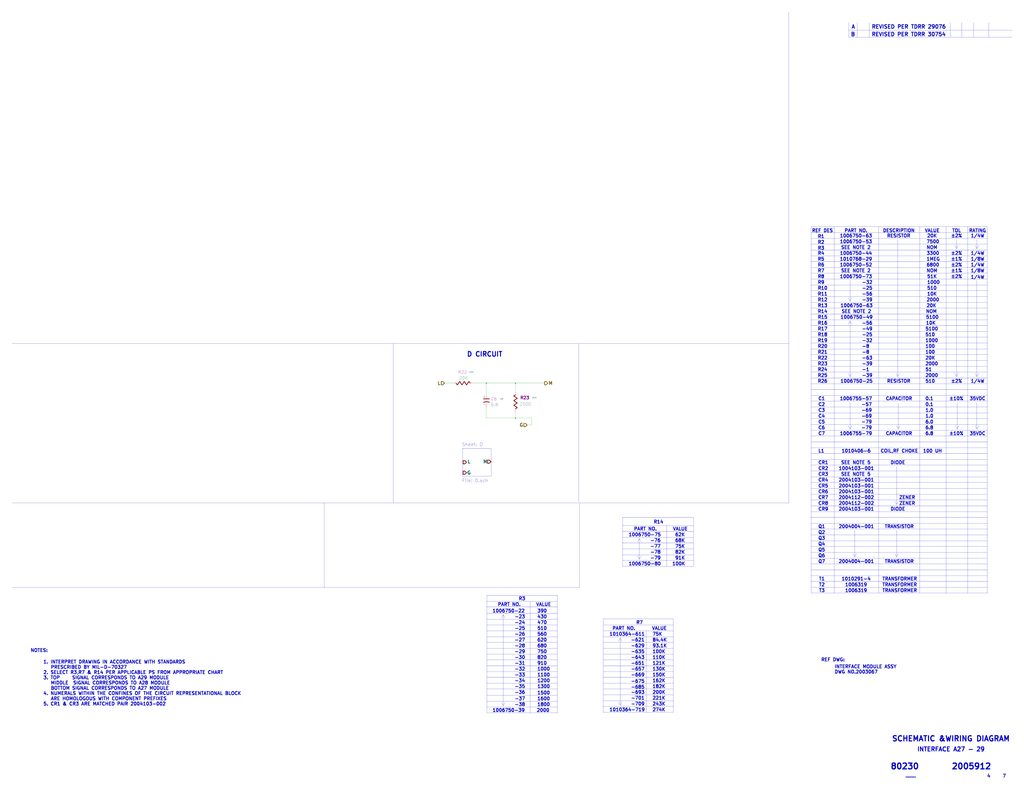
<source format=kicad_sch>
(kicad_sch (version 20211123) (generator eeschema)
  (paper "E")
  (lib_symbols
    (symbol "AGC_DSKY:Capacitor-Polarized" (pin_numbers hide) (pin_names (offset 0) hide)
      (property "Reference" "C" (at 4.445 5.08 0))
      (symbol "Capacitor-Polarized_0_0"
        (text "+" (at -2.54 4.445 0) (effects (font (size 3.556 3.556))))
        (text "-" (at -2.54 -3.81 0) (effects (font (size 3.556 3.556))))
      )
      (symbol "Capacitor-Polarized_0_1"
        (polyline (pts (xy -3.175 1.905) (xy 3.175 1.905)) (stroke (width 0.762)))
        (arc (start 3.175 -1.905) (mid 0 -1.2173) (end -3.175 -1.905) (stroke (width 0.762)))
      )
      (symbol "Capacitor-Polarized_1_1"
        (pin passive line (at 0 6.985 270) (length 5.08) (name "1") (number "1"))
        (pin passive line (at 0 -6.35 90) (length 5.08) (name "2") (number "2"))
      )
    )
    (symbol "AGC_DSKY:HierBody" (pin_numbers hide) (pin_names (offset 0) hide)
      (symbol "HierBody_0_1"
        (polyline (pts (xy 1.905 0) (xy -0.127 -1.778) (xy -1.905 -1.778) (xy -1.905 1.778) (xy -0.127 1.778) (xy 1.905 0)) (stroke (width 0.762)))
      )
    )
    (symbol "AGC_DSKY:Resistor" (pin_numbers hide) (pin_names (offset 0) hide)
      (property "Reference" "R" (at -0.635 -4.445 0))
      (symbol "Resistor_0_1"
        (polyline (pts (xy -7.62 0) (xy -6.35 -1.905) (xy -3.81 1.905) (xy -1.27 -1.905) (xy 1.27 1.905) (xy 3.81 -1.905) (xy 6.35 1.905) (xy 7.62 0)) (stroke (width 0.762)))
      )
      (symbol "Resistor_1_1"
        (pin passive line (at -10.16 0 0) (length 2.54) (name "1") (number "1"))
        (pin passive line (at 10.16 0 180) (length 2.54) (name "2") (number "2"))
      )
    )
  )
  (junction (at 530.86 418.465))
  (junction (at 562.61 418.465))
  (junction (at 562.61 456.565))
  (polyline (pts (xy 679.45 574.04) (xy 756.92 574.04)) (stroke (width 0) (type solid)))
  (polyline (pts (xy 1062.5074 40.64) (xy 1062.5074 24.7396)) (stroke (width 0.1524) (type solid)))
  (polyline (pts (xy 1077.595 247.65) (xy 1077.595 647.7)) (stroke (width 0) (type solid)))
  (wire (pts (xy 562.61 448.945) (xy 562.61 456.565)))
  (polyline (pts (xy 1042.035 407.67) (xy 1043.94 411.48)) (stroke (width 0) (type solid)))
  (polyline (pts (xy 531.495 772.16) (xy 608.33 772.16)) (stroke (width 0) (type solid)))
  (polyline (pts (xy 885.19 412.75) (xy 1077.595 412.75)) (stroke (width 0) (type solid)))
  (polyline (pts (xy 531.495 765.81) (xy 608.33 765.81)) (stroke (width 0) (type solid)))
  (polyline (pts (xy 695.96 591.82) (xy 697.865 588.01)) (stroke (width 0) (type solid)))
  (polyline (pts (xy 1066.165 467.995) (xy 1066.165 440.055)) (stroke (width 0) (type solid)))
  (polyline (pts (xy 979.805 261.62) (xy 979.805 411.48)) (stroke (width 0) (type solid)))
  (polyline (pts (xy 885.19 501.65) (xy 1077.595 501.65)) (stroke (width 0) (type solid)))
  (polyline (pts (xy 885.19 558.8) (xy 1077.595 558.8)) (stroke (width 0) (type solid)))
  (wire (pts (xy 530.86 430.53) (xy 530.86 418.465)))
  (polyline (pts (xy 885.19 463.55) (xy 1077.595 463.55)) (stroke (width 0) (type solid)))
  (polyline (pts (xy 531.495 778.51) (xy 608.33 778.51)) (stroke (width 0) (type solid)))
  (polyline (pts (xy 885.19 336.55) (xy 1077.595 336.55)) (stroke (width 0) (type solid)))
  (polyline (pts (xy 885.19 609.6) (xy 1077.595 609.6)) (stroke (width 0) (type solid)))
  (polyline (pts (xy 948.69 40.64) (xy 948.69 24.7396)) (stroke (width 0.1524) (type solid)))
  (polyline (pts (xy 1044.575 467.995) (xy 1044.575 440.055)) (stroke (width 0) (type solid)))
  (polyline (pts (xy 885.19 590.55) (xy 1077.595 590.55)) (stroke (width 0) (type solid)))
  (polyline (pts (xy 885.19 381) (xy 1077.595 381)) (stroke (width 0) (type solid)))
  (polyline (pts (xy 980.44 604.52) (xy 978.535 608.33)) (stroke (width 0) (type solid)))
  (polyline (pts (xy 885.19 457.2) (xy 1077.595 457.2)) (stroke (width 0) (type solid)))
  (polyline (pts (xy 885.19 533.4) (xy 1077.595 533.4)) (stroke (width 0) (type solid)))
  (polyline (pts (xy 885.19 622.3) (xy 1077.595 622.3)) (stroke (width 0) (type solid)))
  (polyline (pts (xy 531.495 759.46) (xy 608.33 759.46)) (stroke (width 0) (type solid)))
  (polyline (pts (xy 885.19 285.75) (xy 1077.595 285.75)) (stroke (width 0) (type solid)))
  (polyline (pts (xy 885.19 393.7) (xy 1077.595 393.7)) (stroke (width 0) (type solid)))
  (polyline (pts (xy 885.19 419.1) (xy 1077.595 419.1)) (stroke (width 0) (type solid)))
  (polyline (pts (xy 910.59 247.65) (xy 910.59 647.7)) (stroke (width 0) (type solid)))
  (polyline (pts (xy 980.44 467.995) (xy 980.44 440.055)) (stroke (width 0) (type solid)))
  (polyline (pts (xy 885.19 374.65) (xy 1077.595 374.65)) (stroke (width 0) (type solid)))
  (polyline (pts (xy 885.19 615.95) (xy 1077.595 615.95)) (stroke (width 0) (type solid)))
  (polyline (pts (xy 697.865 610.235) (xy 697.865 588.01)) (stroke (width 0) (type solid)))
  (polyline (pts (xy 1068.07 267.97) (xy 1066.165 271.78)) (stroke (width 0) (type solid)))
  (polyline (pts (xy 885.19 368.3) (xy 1077.595 368.3)) (stroke (width 0) (type solid)))
  (polyline (pts (xy 885.19 635) (xy 1077.595 635)) (stroke (width 0) (type solid)))
  (polyline (pts (xy 658.495 682.625) (xy 734.695 682.625)) (stroke (width 0) (type solid)))
  (polyline (pts (xy 885.19 323.85) (xy 1077.595 323.85)) (stroke (width 0) (type solid)))
  (polyline (pts (xy 885.19 495.3) (xy 1077.595 495.3)) (stroke (width 0) (type solid)))
  (polyline (pts (xy 885.19 571.5) (xy 1077.595 571.5)) (stroke (width 0) (type solid)))
  (wire (pts (xy 530.86 443.865) (xy 530.86 456.565)))
  (polyline (pts (xy 885.19 400.05) (xy 1077.595 400.05)) (stroke (width 0) (type solid)))
  (polyline (pts (xy 885.19 482.6) (xy 1077.595 482.6)) (stroke (width 0) (type solid)))
  (polyline (pts (xy 1037.1074 40.64) (xy 1037.1074 24.7396)) (stroke (width 0.1524) (type solid)))
  (polyline (pts (xy 727.71 574.04) (xy 727.71 618.49)) (stroke (width 0) (type solid)))
  (polyline (pts (xy 927.735 467.995) (xy 927.735 440.055)) (stroke (width 0) (type solid)))
  (polyline (pts (xy 1064.26 464.82) (xy 1066.165 468.63)) (stroke (width 0) (type solid)))
  (polyline (pts (xy 885.19 260.35) (xy 1077.595 260.35)) (stroke (width 0) (type solid)))
  (wire (pts (xy 562.61 418.465) (xy 594.36 418.465)))
  (polyline (pts (xy 929.64 407.67) (xy 927.735 411.48)) (stroke (width 0) (type solid)))
  (polyline (pts (xy 929.64 354.33) (xy 927.735 350.52)) (stroke (width 0) (type solid)))
  (polyline (pts (xy 608.33 778.51) (xy 608.33 650.24)) (stroke (width 0) (type solid)))
  (polyline (pts (xy 927.735 350.52) (xy 927.735 411.48)) (stroke (width 0) (type solid)))
  (polyline (pts (xy 676.91 769.62) (xy 676.91 696.595)) (stroke (width 0) (type solid)))
  (polyline (pts (xy 885.19 247.65) (xy 1077.595 247.65)) (stroke (width 0) (type solid)))
  (polyline (pts (xy 734.695 675.64) (xy 734.695 777.875)) (stroke (width 0) (type solid)))
  (wire (pts (xy 515.62 418.465) (xy 530.86 418.465)))
  (polyline (pts (xy 658.495 688.975) (xy 734.695 688.975)) (stroke (width 0) (type solid)))
  (polyline (pts (xy 885.19 552.45) (xy 1077.595 552.45)) (stroke (width 0) (type solid)))
  (polyline (pts (xy 935.7106 40.64) (xy 935.7106 24.765)) (stroke (width 0.1524) (type solid)))
  (polyline (pts (xy 1104.9 40.64) (xy 926.1094 40.64)) (stroke (width 0.1524) (type solid)))
  (polyline (pts (xy 885.19 628.65) (xy 1077.595 628.65)) (stroke (width 0) (type solid)))
  (polyline (pts (xy 885.19 641.35) (xy 1077.595 641.35)) (stroke (width 0) (type solid)))
  (wire (pts (xy 530.86 456.565) (xy 562.61 456.565)))
  (polyline (pts (xy 885.19 349.25) (xy 1077.595 349.25)) (stroke (width 0) (type solid)))
  (polyline (pts (xy 885.19 342.9) (xy 1077.595 342.9)) (stroke (width 0) (type solid)))
  (polyline (pts (xy 981.71 407.67) (xy 979.805 411.48)) (stroke (width 0) (type solid)))
  (polyline (pts (xy 658.495 746.125) (xy 734.695 746.125)) (stroke (width 0) (type solid)))
  (polyline (pts (xy 958.85 247.65) (xy 958.85 647.7)) (stroke (width 0) (type solid)))
  (polyline (pts (xy 13.335 641.35) (xy 632.46 641.35)) (stroke (width 0) (type solid)))
  (polyline (pts (xy 976.63 604.52) (xy 978.535 608.33)) (stroke (width 0) (type solid)))
  (polyline (pts (xy 885.19 406.4) (xy 1077.595 406.4)) (stroke (width 0) (type solid)))
  (polyline (pts (xy 705.485 688.975) (xy 705.485 777.875)) (stroke (width 0) (type solid)))
  (polyline (pts (xy 531.495 669.925) (xy 608.33 669.925)) (stroke (width 0) (type solid)))
  (polyline (pts (xy 885.19 647.7) (xy 1077.595 647.7)) (stroke (width 0) (type solid)))
  (polyline (pts (xy 885.19 596.9) (xy 1077.595 596.9)) (stroke (width 0) (type solid)))
  (polyline (pts (xy 658.495 777.875) (xy 734.695 777.875)) (stroke (width 0) (type solid)))
  (polyline (pts (xy 429.26 375.285) (xy 429.26 549.275)) (stroke (width 0) (type solid)))
  (polyline (pts (xy 679.45 612.14) (xy 756.92 612.14)) (stroke (width 0) (type solid)))
  (polyline (pts (xy 531.495 662.94) (xy 608.33 662.94)) (stroke (width 0) (type solid)))
  (polyline (pts (xy 885.19 361.95) (xy 1077.595 361.95)) (stroke (width 0) (type solid)))
  (polyline (pts (xy 631.825 548.64) (xy 631.825 375.285)) (stroke (width 0) (type solid)))
  (polyline (pts (xy 885.19 254) (xy 1077.595 254)) (stroke (width 0) (type solid)))
  (polyline (pts (xy 861.06 13.335) (xy 861.06 549.275)) (stroke (width 0) (type solid)))
  (polyline (pts (xy 1068.07 464.82) (xy 1066.165 468.63)) (stroke (width 0) (type solid)))
  (polyline (pts (xy 934.72 604.52) (xy 932.815 608.33)) (stroke (width 0) (type solid)))
  (polyline (pts (xy 926.1094 40.64) (xy 926.1094 24.765)) (stroke (width 0.1524) (type solid)))
  (polyline (pts (xy 756.92 565.15) (xy 756.92 618.49)) (stroke (width 0) (type solid)))
  (polyline (pts (xy 885.19 317.5) (xy 1077.595 317.5)) (stroke (width 0) (type solid)))
  (polyline (pts (xy 1066.165 411.48) (xy 1066.165 306.07)) (stroke (width 0) (type solid)))
  (polyline (pts (xy 699.77 591.82) (xy 697.865 588.01)) (stroke (width 0) (type solid)))
  (polyline (pts (xy 658.495 777.875) (xy 658.495 675.64)) (stroke (width 0) (type solid)))
  (polyline (pts (xy 658.495 739.775) (xy 734.695 739.775)) (stroke (width 0) (type solid)))
  (polyline (pts (xy 547.37 767.08) (xy 549.275 770.89)) (stroke (width 0) (type solid)))
  (polyline (pts (xy 929.64 325.12) (xy 927.735 328.93)) (stroke (width 0) (type solid)))
  (polyline (pts (xy 885.19 539.75) (xy 1077.595 539.75)) (stroke (width 0) (type solid)))
  (polyline (pts (xy 658.495 708.025) (xy 734.695 708.025)) (stroke (width 0) (type solid)))
  (polyline (pts (xy 1104.9 33.02) (xy 926.1094 33.02)) (stroke (width 0.1524) (type solid)))
  (polyline (pts (xy 658.495 758.825) (xy 734.695 758.825)) (stroke (width 0) (type solid)))
  (polyline (pts (xy 978.535 550.545) (xy 978.535 509.27)) (stroke (width 0) (type solid)))
  (polyline (pts (xy 925.83 407.67) (xy 927.735 411.48)) (stroke (width 0) (type solid)))
  (polyline (pts (xy 1064.26 407.67) (xy 1066.165 411.48)) (stroke (width 0) (type solid)))
  (polyline (pts (xy 925.83 354.33) (xy 927.735 350.52)) (stroke (width 0) (type solid)))
  (polyline (pts (xy 504.825 489.585) (xy 504.825 520.065)) (stroke (width 0) (type solid)))
  (polyline (pts (xy 861.06 549.275) (xy 632.46 549.275)) (stroke (width 0) (type solid)))
  (polyline (pts (xy 679.45 586.74) (xy 756.92 586.74)) (stroke (width 0) (type solid)))
  (polyline (pts (xy 531.495 752.475) (xy 608.33 752.475)) (stroke (width 0) (type solid)))
  (polyline (pts (xy 885.19 469.9) (xy 1077.595 469.9)) (stroke (width 0) (type solid)))
  (polyline (pts (xy 1046.48 464.82) (xy 1044.575 468.63)) (stroke (width 0) (type solid)))
  (polyline (pts (xy 13.335 375.285) (xy 861.06 375.285)) (stroke (width 0) (type solid)))
  (polyline (pts (xy 531.495 714.375) (xy 608.33 714.375)) (stroke (width 0) (type solid)))
  (polyline (pts (xy 679.45 605.79) (xy 756.92 605.79)) (stroke (width 0) (type solid)))
  (polyline (pts (xy 658.495 727.075) (xy 734.695 727.075)) (stroke (width 0) (type solid)))
  (polyline (pts (xy 885.19 311.15) (xy 1077.595 311.15)) (stroke (width 0) (type solid)))
  (polyline (pts (xy 504.825 520.065) (xy 535.94 520.065)) (stroke (width 0) (type solid)))
  (polyline (pts (xy 885.19 266.7) (xy 1077.595 266.7)) (stroke (width 0) (type solid)))
  (polyline (pts (xy 978.535 464.82) (xy 980.44 468.63)) (stroke (width 0) (type solid)))
  (polyline (pts (xy 679.45 565.15) (xy 679.45 618.49)) (stroke (width 0) (type solid)))
  (polyline (pts (xy 535.94 520.065) (xy 535.94 489.585)) (stroke (width 0) (type solid)))
  (polyline (pts (xy 679.45 599.44) (xy 756.92 599.44)) (stroke (width 0) (type solid)))
  (polyline (pts (xy 982.345 464.82) (xy 980.44 468.63)) (stroke (width 0) (type solid)))
  (polyline (pts (xy 929.64 464.82) (xy 927.735 468.63)) (stroke (width 0) (type solid)))
  (polyline (pts (xy 885.19 431.8) (xy 1077.595 431.8)) (stroke (width 0) (type solid)))
  (polyline (pts (xy 976.63 547.37) (xy 978.535 551.18)) (stroke (width 0) (type solid)))
  (polyline (pts (xy 885.19 247.65) (xy 885.19 647.7)) (stroke (width 0) (type solid)))
  (polyline (pts (xy 885.19 508) (xy 1077.595 508)) (stroke (width 0) (type solid)))
  (polyline (pts (xy 1045.845 267.97) (xy 1043.94 271.78)) (stroke (width 0) (type solid)))
  (wire (pts (xy 562.61 428.625) (xy 562.61 418.465)))
  (polyline (pts (xy 885.19 546.1) (xy 1077.595 546.1)) (stroke (width 0) (type solid)))
  (polyline (pts (xy 695.96 607.06) (xy 697.865 610.87)) (stroke (width 0) (type solid)))
  (polyline (pts (xy 1032.51 247.65) (xy 1032.51 647.7)) (stroke (width 0) (type solid)))
  (wire (pts (xy 580.39 456.565) (xy 580.39 464.185)))
  (polyline (pts (xy 932.815 607.695) (xy 932.815 579.12)) (stroke (width 0) (type solid)))
  (polyline (pts (xy 13.335 549.275) (xy 631.825 549.275)) (stroke (width 0) (type solid)))
  (polyline (pts (xy 1078.992 40.6146) (xy 1078.992 24.7396)) (stroke (width 0.1524) (type solid)))
  (polyline (pts (xy 531.495 688.975) (xy 608.33 688.975)) (stroke (width 0) (type solid)))
  (polyline (pts (xy 885.19 298.45) (xy 1077.595 298.45)) (stroke (width 0) (type solid)))
  (polyline (pts (xy 658.495 701.675) (xy 734.695 701.675)) (stroke (width 0) (type solid)))
  (polyline (pts (xy 885.19 527.05) (xy 1077.595 527.05)) (stroke (width 0) (type solid)))
  (polyline (pts (xy 885.19 330.2) (xy 1077.595 330.2)) (stroke (width 0) (type solid)))
  (polyline (pts (xy 885.19 425.45) (xy 1077.595 425.45)) (stroke (width 0) (type solid)))
  (polyline (pts (xy 1056.005 247.65) (xy 1056.005 647.7)) (stroke (width 0) (type solid)))
  (polyline (pts (xy 531.495 656.59) (xy 608.33 656.59)) (stroke (width 0) (type solid)))
  (polyline (pts (xy 531.495 682.625) (xy 608.33 682.625)) (stroke (width 0) (type solid)))
  (polyline (pts (xy 925.83 325.12) (xy 927.735 328.93)) (stroke (width 0) (type solid)))
  (polyline (pts (xy 679.45 593.09) (xy 756.92 593.09)) (stroke (width 0) (type solid)))
  (polyline (pts (xy 927.735 328.93) (xy 927.735 306.07)) (stroke (width 0) (type solid)))
  (polyline (pts (xy 549.275 770.255) (xy 549.275 671.195)) (stroke (width 0) (type solid)))
  (polyline (pts (xy 531.495 733.425) (xy 608.33 733.425)) (stroke (width 0) (type solid)))
  (polyline (pts (xy 658.495 765.175) (xy 734.695 765.175)) (stroke (width 0) (type solid)))
  (polyline (pts (xy 1045.845 407.67) (xy 1043.94 411.48)) (stroke (width 0) (type solid)))
  (polyline (pts (xy 1042.035 267.97) (xy 1043.94 271.78)) (stroke (width 0) (type solid)))
  (polyline (pts (xy 885.19 355.6) (xy 1077.595 355.6)) (stroke (width 0) (type solid)))
  (polyline (pts (xy 535.94 489.585) (xy 504.825 489.585)) (stroke (width 0) (type solid)))
  (polyline (pts (xy 531.495 650.24) (xy 608.33 650.24)) (stroke (width 0) (type solid)))
  (polyline (pts (xy 885.19 444.5) (xy 1077.595 444.5)) (stroke (width 0) (type solid)))
  (wire (pts (xy 580.39 464.185) (xy 575.31 464.185)))
  (polyline (pts (xy 675.005 766.445) (xy 676.91 770.255)) (stroke (width 0) (type solid)))
  (polyline (pts (xy 531.495 708.025) (xy 608.33 708.025)) (stroke (width 0) (type solid)))
  (polyline (pts (xy 1043.94 411.48) (xy 1043.94 306.07)) (stroke (width 0) (type solid)))
  (wire (pts (xy 562.61 456.565) (xy 580.39 456.565)))
  (polyline (pts (xy 885.19 476.25) (xy 1077.595 476.25)) (stroke (width 0) (type solid)))
  (polyline (pts (xy 977.9 407.67) (xy 979.805 411.48)) (stroke (width 0) (type solid)))
  (polyline (pts (xy 679.45 565.15) (xy 756.92 565.15)) (stroke (width 0) (type solid)))
  (polyline (pts (xy 885.19 279.4) (xy 1077.595 279.4)) (stroke (width 0) (type solid)))
  (polyline (pts (xy 531.495 676.275) (xy 608.33 676.275)) (stroke (width 0) (type solid)))
  (polyline (pts (xy 679.45 618.49) (xy 756.92 618.49)) (stroke (width 0) (type solid)))
  (polyline (pts (xy 925.83 464.82) (xy 927.735 468.63)) (stroke (width 0) (type solid)))
  (polyline (pts (xy 353.695 641.35) (xy 353.695 549.275)) (stroke (width 0) (type solid)))
  (polyline (pts (xy 547.37 675.005) (xy 549.275 671.195)) (stroke (width 0) (type solid)))
  (polyline (pts (xy 531.495 739.775) (xy 608.33 739.775)) (stroke (width 0) (type solid)))
  (polyline (pts (xy 885.19 514.35) (xy 1077.595 514.35)) (stroke (width 0) (type solid)))
  (polyline (pts (xy 679.45 580.39) (xy 756.92 580.39)) (stroke (width 0) (type solid)))
  (polyline (pts (xy 531.495 727.075) (xy 608.33 727.075)) (stroke (width 0) (type solid)))
  (polyline (pts (xy 658.495 675.64) (xy 734.695 675.64)) (stroke (width 0) (type solid)))
  (wire (pts (xy 530.86 418.465) (xy 562.61 418.465)))
  (polyline (pts (xy 1042.67 464.82) (xy 1044.575 468.63)) (stroke (width 0) (type solid)))
  (polyline (pts (xy 885.19 292.1) (xy 1077.595 292.1)) (stroke (width 0) (type solid)))
  (polyline (pts (xy 885.19 584.2) (xy 1077.595 584.2)) (stroke (width 0) (type solid)))
  (polyline (pts (xy 885.19 450.85) (xy 1077.595 450.85)) (stroke (width 0) (type solid)))
  (polyline (pts (xy 1066.165 271.78) (xy 1066.165 261.62)) (stroke (width 0) (type solid)))
  (polyline (pts (xy 980.44 547.37) (xy 978.535 551.18)) (stroke (width 0) (type solid)))
  (polyline (pts (xy 978.535 607.695) (xy 978.535 579.12)) (stroke (width 0) (type solid)))
  (polyline (pts (xy 658.495 714.375) (xy 734.695 714.375)) (stroke (width 0) (type solid)))
  (polyline (pts (xy 531.495 778.51) (xy 531.495 650.24)) (stroke (width 0) (type solid)))
  (polyline (pts (xy 632.46 549.275) (xy 632.46 641.35)) (stroke (width 0) (type solid)))
  (polyline (pts (xy 551.18 767.08) (xy 549.275 770.89)) (stroke (width 0) (type solid)))
  (wire (pts (xy 495.3 418.465) (xy 485.14 418.465)))
  (polyline (pts (xy 699.77 607.06) (xy 697.865 610.87)) (stroke (width 0) (type solid)))
  (polyline (pts (xy 678.815 766.445) (xy 676.91 770.255)) (stroke (width 0) (type solid)))
  (polyline (pts (xy 675.005 700.405) (xy 676.91 696.595)) (stroke (width 0) (type solid)))
  (polyline (pts (xy 658.495 752.475) (xy 734.695 752.475)) (stroke (width 0) (type solid)))
  (polyline (pts (xy 885.19 304.8) (xy 1077.595 304.8)) (stroke (width 0) (type solid)))
  (polyline (pts (xy 1064.26 267.97) (xy 1066.165 271.78)) (stroke (width 0) (type solid)))
  (polyline (pts (xy 885.19 273.05) (xy 1077.595 273.05)) (stroke (width 0) (type solid)))
  (polyline (pts (xy 551.18 675.005) (xy 549.275 671.195)) (stroke (width 0) (type solid)))
  (polyline (pts (xy 930.91 604.52) (xy 932.815 608.33)) (stroke (width 0) (type solid)))
  (polyline (pts (xy 1043.94 271.78) (xy 1043.94 261.62)) (stroke (width 0) (type solid)))
  (polyline (pts (xy 531.495 746.125) (xy 608.33 746.125)) (stroke (width 0) (type solid)))
  (polyline (pts (xy 1049.8074 40.64) (xy 1049.8074 24.7396)) (stroke (width 0.1524) (type solid)))
  (polyline (pts (xy 1003.935 247.65) (xy 1003.935 647.7)) (stroke (width 0) (type solid)))
  (polyline (pts (xy 885.19 603.25) (xy 1077.595 603.25)) (stroke (width 0) (type solid)))
  (polyline (pts (xy 658.495 695.325) (xy 734.695 695.325)) (stroke (width 0) (type solid)))
  (polyline (pts (xy 658.495 733.425) (xy 734.695 733.425)) (stroke (width 0) (type solid)))
  (polyline (pts (xy 658.495 771.525) (xy 734.695 771.525)) (stroke (width 0) (type solid)))
  (polyline (pts (xy 1068.07 407.67) (xy 1066.165 411.48)) (stroke (width 0) (type solid)))
  (polyline (pts (xy 885.19 577.85) (xy 1077.595 577.85)) (stroke (width 0) (type solid)))
  (polyline (pts (xy 531.495 701.675) (xy 608.33 701.675)) (stroke (width 0) (type solid)))
  (polyline (pts (xy 658.495 720.725) (xy 734.695 720.725)) (stroke (width 0) (type solid)))
  (polyline (pts (xy 531.495 720.725) (xy 608.33 720.725)) (stroke (width 0) (type solid)))
  (polyline (pts (xy 885.19 438.15) (xy 1077.595 438.15)) (stroke (width 0) (type solid)))
  (polyline (pts (xy 531.495 695.325) (xy 608.33 695.325)) (stroke (width 0) (type solid)))
  (polyline (pts (xy 678.815 700.405) (xy 676.91 696.595)) (stroke (width 0) (type solid)))
  (polyline (pts (xy 885.19 488.95) (xy 1077.595 488.95)) (stroke (width 0) (type solid)))
  (polyline (pts (xy 885.19 520.7) (xy 1077.595 520.7)) (stroke (width 0) (type solid)))
  (polyline (pts (xy 885.19 565.15) (xy 1077.595 565.15)) (stroke (width 0) (type solid)))
  (polyline (pts (xy 885.19 387.35) (xy 1077.595 387.35)) (stroke (width 0) (type solid)))
  (polyline (pts (xy 578.485 656.59) (xy 578.485 778.51)) (stroke (width 0) (type solid)))
  (text "TRANSFORMER" (at 962.66 634.365 0) (effects (font (size 3.556 3.556) (thickness 0.7112) bold) (justify left bottom)))
  (text "2004004-001" (at 915.035 577.215 0) (effects (font (size 3.556 3.556) (thickness 0.7112) bold) (justify left bottom)))
  (text "-635" (at 688.34 713.74 0) (effects (font (size 3.556 3.556) (thickness 0.7112) bold) (justify left bottom)))
  (text "±2%" (at 1037.59 291.465 0) (effects (font (size 3.556 3.556) (thickness 0.7112) bold) (justify left bottom)))
  (text "T2" (at 893.445 640.715 0) (effects (font (size 3.556 3.556) (thickness 0.7112) bold) (justify left bottom)))
  (text "ZENER" (at 981.075 545.465 0) (effects (font (size 3.556 3.556) (thickness 0.7112) bold) (justify left bottom)))
  (text "1.0" (at 1009.65 450.215 0) (effects (font (size 3.556 3.556) (thickness 0.7112) bold) (justify left bottom)))
  (text "1006755-57" (at 916.305 437.515 0) (effects (font (size 3.556 3.556) (thickness 0.7112) bold) (justify left bottom)))
  (text "TOL" (at 1038.86 254 0) (effects (font (size 3.556 3.556) (thickness 0.7112) bold) (justify left bottom)))
  (text "CR5" (at 892.81 532.765 0) (effects (font (size 3.556 3.556) (thickness 0.7112) bold) (justify left bottom)))
  (text "R3" (at 565.785 655.955 0) (effects (font (size 3.556 3.556) (thickness 0.7112) bold) (justify left bottom)))
  (text "-643" (at 688.34 720.09 0) (effects (font (size 3.556 3.556) (thickness 0.7112) bold) (justify left bottom)))
  (text "C2" (at 892.81 443.865 0) (effects (font (size 3.556 3.556) (thickness 0.7112) bold) (justify left bottom)))
  (text "62K" (at 736.6 586.105 0) (effects (font (size 3.556 3.556) (thickness 0.7112) bold) (justify left bottom)))
  (text "CR8" (at 892.81 551.815 0) (effects (font (size 3.556 3.556) (thickness 0.7112) bold) (justify left bottom)))
  (text "Q7" (at 892.81 615.315 0) (effects (font (size 3.556 3.556) (thickness 0.7112) bold) (justify left bottom)))
  (text "-669" (at 688.34 739.14 0) (effects (font (size 3.556 3.556) (thickness 0.7112) bold) (justify left bottom)))
  (text "-651" (at 688.34 726.44 0) (effects (font (size 3.556 3.556) (thickness 0.7112) bold) (justify left bottom)))
  (text "RESISTOR" (at 967.74 418.465 0) (effects (font (size 3.556 3.556) (thickness 0.7112) bold) (justify left bottom)))
  (text "-56" (at 940.435 354.965 0) (effects (font (size 3.556 3.556) (thickness 0.7112) bold) (justify left bottom)))
  (text "-39" (at 940.435 412.115 0) (effects (font (size 3.556 3.556) (thickness 0.7112) bold) (justify left bottom)))
  (text "CAPACITOR" (at 966.47 437.515 0) (effects (font (size 3.556 3.556) (thickness 0.7112) bold) (justify left bottom)))
  (text "1/4W" (at 1059.18 259.715 0) (effects (font (size 3.556 3.556) (thickness 0.7112) bold) (justify left bottom)))
  (text "COIL,RF CHOKE" (at 960.755 494.665 0) (effects (font (size 3.556 3.556) (thickness 0.7112) bold) (justify left bottom)))
  (text "82K" (at 736.6 605.155 0) (effects (font (size 3.556 3.556) (thickness 0.7112) bold) (justify left bottom)))
  (text "C1" (at 892.81 437.515 0) (effects (font (size 3.556 3.556) (thickness 0.7112) bold) (justify left bottom)))
  (text "B      REVISED PER TDRR 30754" (at 928.37 40.005 0) (effects (font (size 4.064 4.064) (thickness 0.8128) bold) (justify left bottom)))
  (text "-34" (at 561.34 745.49 0) (effects (font (size 3.556 3.556) (thickness 0.7112) bold) (justify left bottom)))
  (text "CR9" (at 892.81 558.165 0) (effects (font (size 3.556 3.556) (thickness 0.7112) bold) (justify left bottom)))
  (text "1006750-49" (at 916.94 348.615 0) (effects (font (size 3.556 3.556) (thickness 0.7112) bold) (justify left bottom)))
  (text "-1" (at 940.435 405.765 0) (effects (font (size 3.556 3.556) (thickness 0.7112) bold) (justify left bottom)))
  (text "820" (at 586.105 720.09 0) (effects (font (size 3.556 3.556) (thickness 0.7112) bold) (justify left bottom)))
  (text "TRANSFORMER" (at 962.66 647.065 0) (effects (font (size 3.556 3.556) (thickness 0.7112) bold) (justify left bottom)))
  (text "51" (at 1009.65 405.765 0) (effects (font (size 3.556 3.556) (thickness 0.7112) bold) (justify left bottom)))
  (text "SCHEMATIC &WIRING DIAGRAM" (at 973.1756 810.1584 0) (effects (font (size 5.715 5.715) (thickness 1.143) bold) (justify left bottom)))
  (text "150K" (at 711.835 739.14 0) (effects (font (size 3.556 3.556) (thickness 0.7112) bold) (justify left bottom)))
  (text "Q4" (at 892.81 596.265 0) (effects (font (size 3.556 3.556) (thickness 0.7112) bold) (justify left bottom)))
  (text "750" (at 586.105 713.74 0) (effects (font (size 3.556 3.556) (thickness 0.7112) bold) (justify left bottom)))
  (text "1010364-611" (at 664.845 694.69 0) (effects (font (size 3.556 3.556) (thickness 0.7112) bold) (justify left bottom)))
  (text "±2%" (at 1037.59 418.465 0) (effects (font (size 3.556 3.556) (thickness 0.7112) bold) (justify left bottom)))
  (text "VALUE" (at 711.2 688.34 0) (effects (font (size 3.556 3.556) (thickness 0.7112) bold) (justify left bottom)))
  (text "R2" (at 892.175 266.7 0) (effects (font (size 3.556 3.556) (thickness 0.7112) bold) (justify left bottom)))
  (text "-79" (at 709.295 611.505 0) (effects (font (size 3.556 3.556) (thickness 0.7112) bold) (justify left bottom)))
  (text "R17" (at 892.175 361.315 0) (effects (font (size 3.556 3.556) (thickness 0.7112) bold) (justify left bottom)))
  (text "R4" (at 892.175 278.765 0) (effects (font (size 3.556 3.556) (thickness 0.7112) bold) (justify left bottom)))
  (text "1006750-52" (at 916.305 291.465 0) (effects (font (size 3.556 3.556) (thickness 0.7112) bold) (justify left bottom)))
  (text "-36" (at 561.34 758.19 0) (effects (font (size 3.556 3.556) (thickness 0.7112) bold) (justify left bottom)))
  (text "R5" (at 892.175 285.115 0) (effects (font (size 3.556 3.556) (thickness 0.7112) bold) (justify left bottom)))
  (text "2005912" (at 1038.225 840.74 0) (effects (font (size 6.35 6.35) (thickness 1.27) bold) (justify left bottom)))
  (text "-701" (at 688.34 764.54 0) (effects (font (size 3.556 3.556) (thickness 0.7112) bold) (justify left bottom)))
  (text "-56" (at 940.435 323.215 0) (effects (font (size 3.556 3.556) (thickness 0.7112) bold) (justify left bottom)))
  (text "3300" (at 1010.92 278.765 0) (effects (font (size 3.556 3.556) (thickness 0.7112) bold) (justify left bottom)))
  (text "-38" (at 561.34 771.525 0) (effects (font (size 3.556 3.556) (thickness 0.7112) bold) (justify left bottom)))
  (text "-79" (at 939.8 462.915 0) (effects (font (size 3.556 3.556) (thickness 0.7112) bold) (justify left bottom)))
  (text "C4" (at 892.81 456.565 0) (effects (font (size 3.556 3.556) (thickness 0.7112) bold) (justify left bottom)))
  (text "NOM" (at 1010.92 272.415 0) (effects (font (size 3.556 3.556) (thickness 0.7112) bold) (justify left bottom)))
  (text "430" (at 586.105 675.64 0) (effects (font (size 3.556 3.556) (thickness 0.7112) bold) (justify left bottom)))
  (text "2000" (at 1010.92 329.565 0) (effects (font (size 3.556 3.556) (thickness 0.7112) bold) (justify left bottom)))
  (text "-32" (at 940.435 310.515 0) (effects (font (size 3.556 3.556) (thickness 0.7112) bold) (justify left bottom)))
  (text "1800" (at 586.105 771.525 0) (effects (font (size 3.556 3.556) (thickness 0.7112) bold) (justify left bottom)))
  (text "2004103-001" (at 915.035 558.165 0) (effects (font (size 3.556 3.556) (thickness 0.7112) bold) (justify left bottom)))
  (text "Q2" (at 892.81 583.565 0) (effects (font (size 3.556 3.556) (thickness 0.7112) bold) (justify left bottom)))
  (text "100" (at 1009.65 386.715 0) (effects (font (size 3.556 3.556) (thickness 0.7112) bold) (justify left bottom)))
  (text "R22" (at 892.175 393.065 0) (effects (font (size 3.556 3.556) (thickness 0.7112) bold) (justify left bottom)))
  (text "TRANSFORMER" (at 962.66 640.715 0) (effects (font (size 3.556 3.556) (thickness 0.7112) bold) (justify left bottom)))
  (text "51K" (at 1011.555 304.165 0) (effects (font (size 3.556 3.556) (thickness 0.7112) bold) (justify left bottom)))
  (text "-49" (at 940.435 361.315 0) (effects (font (size 3.556 3.556) (thickness 0.7112) bold) (justify left bottom)))
  (text "NOTES:" (at 33.02 712.47 0) (effects (font (size 3.556 3.556) (thickness 0.7112) bold) (justify left bottom)))
  (text "R9" (at 892.175 310.515 0) (effects (font (size 3.556 3.556) (thickness 0.7112) bold) (justify left bottom)))
  (text "±10%" (at 1035.685 437.515 0) (effects (font (size 3.556 3.556) (thickness 0.7112) bold) (justify left bottom)))
  (text "Q6" (at 892.81 608.965 0) (effects (font (size 3.556 3.556) (thickness 0.7112) bold) (justify left bottom)))
  (text "-28" (at 561.34 707.39 0) (effects (font (size 3.556 3.556) (thickness 0.7112) bold) (justify left bottom)))
  (text "4     7" (at 1076.96 849.63 0) (effects (font (size 3.556 3.556) (thickness 0.7112) bold) (justify left bottom)))
  (text "±2%" (at 1037.59 278.765 0) (effects (font (size 3.556 3.556) (thickness 0.7112) bold) (justify left bottom)))
  (text "1.0" (at 1009.65 456.565 0) (effects (font (size 3.556 3.556) (thickness 0.7112) bold) (justify left bottom)))
  (text "-33" (at 561.34 739.14 0) (effects (font (size 3.556 3.556) (thickness 0.7112) bold) (justify left bottom)))
  (text "1006755-79" (at 916.305 475.615 0) (effects (font (size 3.556 3.556) (thickness 0.7112) bold) (justify left bottom)))
  (text "1/4W" (at 1059.18 304.8 0) (effects (font (size 3.556 3.556) (thickness 0.7112) bold) (justify left bottom)))
  (text "2000" (at 1009.65 412.115 0) (effects (font (size 3.556 3.556) (thickness 0.7112) bold) (justify left bottom)))
  (text "-77" (at 709.295 598.805 0) (effects (font (size 3.556 3.556) (thickness 0.7112) bold) (justify left bottom)))
  (text "R13" (at 892.175 335.915 0) (effects (font (size 3.556 3.556) (thickness 0.7112) bold) (justify left bottom)))
  (text "-39" (at 940.435 329.565 0) (effects (font (size 3.556 3.556) (thickness 0.7112) bold) (justify left bottom)))
  (text "-69" (at 939.8 456.565 0) (effects (font (size 3.556 3.556) (thickness 0.7112) bold) (justify left bottom)))
  (text "____" (at 988.06 848.995 0) (effects (font (size 3.556 3.556) (thickness 0.7112) bold) (justify left bottom)))
  (text "CR3" (at 892.81 520.065 0) (effects (font (size 3.556 3.556) (thickness 0.7112) bold) (justify left bottom)))
  (text "80230" (at 971.55 840.74 0) (effects (font (size 6.35 6.35) (thickness 1.27) bold) (justify left bottom)))
  (text "-30" (at 561.34 720.09 0) (effects (font (size 3.556 3.556) (thickness 0.7112) bold) (justify left bottom)))
  (text "INTERFACE A27 - 29" (at 1000.76 821.055 0) (effects (font (size 4.572 4.572) (thickness 0.9144) bold) (justify left bottom)))
  (text "100" (at 1009.65 380.365 0) (effects (font (size 3.556 3.556) (thickness 0.7112) bold) (justify left bottom)))
  (text "2004103-001" (at 915.035 526.415 0) (effects (font (size 3.556 3.556) (thickness 0.7112) bold) (justify left bottom)))
  (text "1100" (at 586.105 739.14 0) (effects (font (size 3.556 3.556) (thickness 0.7112) bold) (justify left bottom)))
  (text "1006750-63" (at 916.94 335.915 0) (effects (font (size 3.556 3.556) (thickness 0.7112) bold) (justify left bottom)))
  (text "CAPACITOR" (at 966.47 475.615 0) (effects (font (size 3.556 3.556) (thickness 0.7112) bold) (justify left bottom)))
  (text "84.4K" (at 711.835 701.04 0) (effects (font (size 3.556 3.556) (thickness 0.7112) bold) (justify left bottom)))
  (text "2004112-002" (at 915.035 551.815 0) (effects (font (size 3.556 3.556) (thickness 0.7112) bold) (justify left bottom)))
  (text "6.8" (at 1009.65 469.265 0) (effects (font (size 3.556 3.556) (thickness 0.7112) bold) (justify left bottom)))
  (text "DIODE" (at 971.55 558.165 0) (effects (font (size 3.556 3.556) (thickness 0.7112) bold) (justify left bottom)))
  (text "680" (at 586.105 707.39 0) (effects (font (size 3.556 3.556) (thickness 0.7112) bold) (justify left bottom)))
  (text "R18" (at 892.175 367.665 0) (effects (font (size 3.556 3.556) (thickness 0.7112) bold) (justify left bottom)))
  (text "100K" (at 733.425 617.855 0) (effects (font (size 3.556 3.556) (thickness 0.7112) bold) (justify left bottom)))
  (text "RESISTOR" (at 967.74 259.715 0) (effects (font (size 3.556 3.556) (thickness 0.7112) bold) (justify left bottom)))
  (text "R24" (at 892.175 405.765 0) (effects (font (size 3.556 3.556) (thickness 0.7112) bold) (justify left bottom)))
  (text "±2%" (at 1037.59 304.165 0) (effects (font (size 3.556 3.556) (thickness 0.7112) bold) (justify left bottom)))
  (text "1/4W" (at 1059.18 418.465 0) (effects (font (size 3.556 3.556) (thickness 0.7112) bold) (justify left bottom)))
  (text "NOM" (at 1010.285 342.265 0) (effects (font (size 3.556 3.556) (thickness 0.7112) bold) (justify left bottom)))
  (text "1. INTERPRET DRAWING IN ACCORDANCE WITH STANDARDS\n   PRESCRIBED BY MIL-D-70327\n2. SELECT R3,R7 & R14 PER APPLICABLE PS FROM APPROPRIATE CHART\n3. TOP     SIGNAL CORRESPONDS TO A29 MODULE\n   MIDDLE  SIGNAL CORRESPONDS TO A28 MODULE\n   BOTTOM SIGNAL CORRESPONDS TO A27 MODULE\n4. NUMERALS WITHIN THE CONFINES OF THE CIRCUIT REPRESENTATIONAL BLOCK\n   ARE HOMOLOGOUS WITH COMPONENT PREFIXES\n5. CR1 & CR3 ARE MATCHED PAIR 2004103-002" (at 46.99 770.89 0) (effects (font (size 3.556 3.556) (thickness 0.7112) bold) (justify left bottom)))
  (text "200K" (at 711.835 758.19 0) (effects (font (size 3.556 3.556) (thickness 0.7112) bold) (justify left bottom)))
  (text "R8" (at 892.175 304.165 0) (effects (font (size 3.556 3.556) (thickness 0.7112) bold) (justify left bottom)))
  (text "2004112-002" (at 915.035 545.465 0) (effects (font (size 3.556 3.556) (thickness 0.7112) bold) (justify left bottom)))
  (text "C7" (at 892.81 475.615 0) (effects (font (size 3.556 3.556) (thickness 0.7112) bold) (justify left bottom)))
  (text "1/4W" (at 1059.18 291.465 0) (effects (font (size 3.556 3.556) (thickness 0.7112) bold) (justify left bottom)))
  (text "75K" (at 711.835 694.69 0) (effects (font (size 3.556 3.556) (thickness 0.7112) bold) (justify left bottom)))
  (text "R16" (at 892.175 354.965 0) (effects (font (size 3.556 3.556) (thickness 0.7112) bold) (justify left bottom)))
  (text "1006319" (at 922.02 647.065 0) (effects (font (size 3.556 3.556) (thickness 0.7112) bold) (justify left bottom)))
  (text "R19" (at 892.175 374.015 0) (effects (font (size 3.556 3.556) (thickness 0.7112) bold) (justify left bottom)))
  (text "R26" (at 892.175 418.465 0) (effects (font (size 3.556 3.556) (thickness 0.7112) bold) (justify left bottom)))
  (text "0.1" (at 1009.65 443.865 0) (effects (font (size 3.556 3.556) (thickness 0.7112) bold) (justify left bottom)))
  (text "R25" (at 892.175 412.115 0) (effects (font (size 3.556 3.556) (thickness 0.7112) bold) (justify left bottom)))
  (text "RATING" (at 1057.275 254 0) (effects (font (size 3.556 3.556) (thickness 0.7112) bold) (justify left bottom)))
  (text "68K" (at 736.6 592.455 0) (effects (font (size 3.556 3.556) (thickness 0.7112) bold) (justify left bottom)))
  (text "R23" (at 892.175 399.415 0) (effects (font (size 3.556 3.556) (thickness 0.7112) bold) (justify left bottom)))
  (text "-8" (at 940.435 380.365 0) (effects (font (size 3.556 3.556) (thickness 0.7112) bold) (justify left bottom)))
  (text "-57" (at 939.8 443.865 0) (effects (font (size 3.556 3.556) (thickness 0.7112) bold) (justify left bottom)))
  (text "2004004-001" (at 915.035 615.315 0) (effects (font (size 3.556 3.556) (thickness 0.7112) bold) (justify left bottom)))
  (text "-8" (at 940.435 386.715 0) (effects (font (size 3.556 3.556) (thickness 0.7112) bold) (justify left bottom)))
  (text "PART NO." (at 668.02 688.34 0) (effects (font (size 3.556 3.556) (thickness 0.7112) bold) (justify left bottom)))
  (text "390" (at 586.105 669.29 0) (effects (font (size 3.556 3.556) (thickness 0.7112) bold) (justify left bottom)))
  (text "Q1" (at 892.81 577.215 0) (effects (font (size 3.556 3.556) (thickness 0.7112) bold) (justify left bottom)))
  (text "560" (at 586.105 694.69 0) (effects (font (size 3.556 3.556) (thickness 0.7112) bold) (justify left bottom)))
  (text "-693" (at 688.34 758.19 0) (effects (font (size 3.556 3.556) (thickness 0.7112) bold) (justify left bottom)))
  (text "-32" (at 561.34 732.79 0) (effects (font (size 3.556 3.556) (thickness 0.7112) bold) (justify left bottom)))
  (text "SEE NOTE 5" (at 917.575 507.365 0) (effects (font (size 3.556 3.556) (thickness 0.7112) bold) (justify left bottom)))
  (text "1/8W" (at 1059.18 297.815 0) (effects (font (size 3.556 3.556) (thickness 0.7112) bold) (justify left bottom)))
  (text "20K" (at 1009.65 393.065 0) (effects (font (size 3.556 3.556) (thickness 0.7112) bold) (justify left bottom)))
  (text "10K" (at 1011.555 323.215 0) (effects (font (size 3.556 3.556) (thickness 0.7112) bold) (justify left bottom)))
  (text "ZENER" (at 981.075 551.815 0) (effects (font (size 3.556 3.556) (thickness 0.7112) bold) (justify left bottom)))
  (text "5100" (at 1010.285 348.615 0) (effects (font (size 3.556 3.556) (thickness 0.7112) bold) (justify left bottom)))
  (text "-27" (at 561.34 701.04 0) (effects (font (size 3.556 3.556) (thickness 0.7112) bold) (justify left bottom)))
  (text "2000" (at 1009.65 399.415 0) (effects (font (size 3.556 3.556) (thickness 0.7112) bold) (justify left bottom)))
  (text "100K" (at 711.835 713.74 0) (effects (font (size 3.556 3.556) (thickness 0.7112) bold) (justify left bottom)))
  (text "D CIRCUIT" (at 509.27 389.89 0) (effects (font (size 5.08 5.08) (thickness 1.016) bold) (justify left bottom)))
  (text "1006750-39" (at 537.21 777.875 0) (effects (font (size 3.556 3.556) (thickness 0.7112) bold) (justify left bottom)))
  (text "R7" (at 892.175 297.815 0) (effects (font (size 3.556 3.556) (thickness 0.7112) bold) (justify left bottom)))
  (text "75K" (at 736.6 598.805 0) (effects (font (size 3.556 3.556) (thickness 0.7112) bold) (justify left bottom)))
  (text "INTERFACE MODULE ASSY\nDWG NO.2003067" (at 910.59 735.965 0) (effects (font (size 3.556 3.556) (thickness 0.7112) bold) (justify left bottom)))
  (text "1600" (at 586.105 765.175 0) (effects (font (size 3.556 3.556) (thickness 0.7112) bold) (justify left bottom)))
  (text "CR1" (at 892.81 507.365 0) (effects (font (size 3.556 3.556) (thickness 0.7112) bold) (justify left bottom)))
  (text "L1" (at 892.81 494.665 0) (effects (font (size 3.556 3.556) (thickness 0.7112) bold) (justify left bottom)))
  (text "-29" (at 561.34 713.74 0) (effects (font (size 3.556 3.556) (thickness 0.7112) bold) (justify left bottom)))
  (text "1010364-719" (at 664.845 777.24 0) (effects (font (size 3.556 3.556) (thickness 0.7112) bold) (justify left bottom)))
  (text "35VDC" (at 1057.91 437.515 0) (effects (font (size 3.556 3.556) (thickness 0.7112) bold) (justify left bottom)))
  (text "PART NO." (at 691.515 579.755 0) (effects (font (size 3.556 3.556) (thickness 0.7112) bold) (justify left bottom)))
  (text "-26" (at 561.34 694.69 0) (effects (font (size 3.556 3.556) (thickness 0.7112) bold) (justify left bottom)))
  (text "T1" (at 893.445 634.365 0) (effects (font (size 3.556 3.556) (thickness 0.7112) bold) (justify left bottom)))
  (text "-35" (at 561.34 751.84 0) (effects (font (size 3.556 3.556) (thickness 0.7112) bold) (justify left bottom)))
  (text "DIODE" (at 971.55 507.365 0) (effects (font (size 3.556 3.556) (thickness 0.7112) bold) (justify left bottom)))
  (text "1010768-29" (at 916.305 285.115 0) (effects (font (size 3.556 3.556) (thickness 0.7112) bold) (justify left bottom)))
  (text "R15" (at 892.175 348.615 0) (effects (font (size 3.556 3.556) (thickness 0.7112) bold) (justify left bottom)))
  (text "2000" (at 585.47 777.875 0) (effects (font (size 3.556 3.556) (thickness 0.7112) bold) (justify left bottom)))
  (text "R14" (at 713.105 572.135 0) (effects (font (size 3.556 3.556) (thickness 0.7112) bold) (justify left bottom)))
  (text "NOM" (at 1010.92 297.815 0) (effects (font (size 3.556 3.556) (thickness 0.7112) bold) (justify left bottom)))
  (text "-37" (at 561.34 765.175 0) (effects (font (size 3.556 3.556) (thickness 0.7112) bold) (justify left bottom)))
  (text "470" (at 586.105 681.99 0) (effects (font (size 3.556 3.556) (thickness 0.7112) bold) (justify left bottom)))
  (text "-25" (at 940.435 316.865 0) (effects (font (size 3.556 3.556) (thickness 0.7112) bold) (justify left bottom)))
  (text "130K" (at 711.835 732.79 0) (effects (font (size 3.556 3.556) (thickness 0.7112) bold) (justify left bottom)))
  (text "1000" (at 586.105 732.79 0) (effects (font (size 3.556 3.556) (thickness 0.7112) bold) (justify left bottom)))
  (text "1006750-44" (at 916.305 278.765 0) (effects (font (size 3.556 3.556) (thickness 0.7112) bold) (justify left bottom)))
  (text "0.1" (at 1009.65 437.515 0) (effects (font (size 3.556 3.556) (thickness 0.7112) bold) (justify left bottom)))
  (text "-629" (at 688.34 707.39 0) (effects (font (size 3.556 3.556) (thickness 0.7112) bold) (justify left bottom)))
  (text "1006750-75" (at 685.8 586.105 0) (effects (font (size 3.556 3.556) (thickness 0.7112) bold) (justify left bottom)))
  (text "VALUE" (at 734.06 579.755 0) (effects (font (size 3.556 3.556) (thickness 0.7112) bold) (justify left bottom)))
  (text "R20" (at 892.175 380.365 0) (effects (font (size 3.556 3.556) (thickness 0.7112) bold) (justify left bottom)))
  (text "20K" (at 1011.555 259.715 0) (effects (font (size 3.556 3.556) (thickness 0.7112) bold) (justify left bottom)))
  (text "91K" (at 736.6 611.505 0) (effects (font (size 3.556 3.556) (thickness 0.7112) bold) (justify left bottom)))
  (text "1000" (at 1009.65 374.015 0) (effects (font (size 3.556 3.556) (thickness 0.7112) bold) (justify left bottom)))
  (text "SEE NOTE 2" (at 917.575 297.815 0) (effects (font (size 3.556 3.556) (thickness 0.7112) bold) (justify left bottom)))
  (text "-621" (at 688.34 701.04 0) (effects (font (size 3.556 3.556) (thickness 0.7112) bold) (justify left bottom)))
  (text "Sheet: D" (at 504.19 487.68 0) (effects (font (size 3.556 3.556)) (justify left bottom)))
  (text "TRANSISTOR" (at 965.2 615.315 0) (effects (font (size 3.556 3.556) (thickness 0.7112) bold) (justify left bottom)))
  (text "±10%" (at 1035.685 475.615 0) (effects (font (size 3.556 3.556) (thickness 0.7112) bold) (justify left bottom)))
  (text "620" (at 586.105 701.04 0) (effects (font (size 3.556 3.556) (thickness 0.7112) bold) (justify left bottom)))
  (text "6800" (at 1010.92 291.465 0) (effects (font (size 3.556 3.556) (thickness 0.7112) bold) (justify left bottom)))
  (text "510" (at 586.105 688.34 0) (effects (font (size 3.556 3.556) (thickness 0.7112) bold) (justify left bottom)))
  (text "100 UH" (at 1007.11 494.665 0) (effects (font (size 3.556 3.556) (thickness 0.7112) bold) (justify left bottom)))
  (text "1000" (at 1011.555 310.515 0) (effects (font (size 3.556 3.556) (thickness 0.7112) bold) (justify left bottom)))
  (text "-25" (at 561.34 688.34 0) (effects (font (size 3.556 3.556) (thickness 0.7112) bold) (justify left bottom)))
  (text "-675" (at 688.34 746.125 0) (effects (font (size 3.556 3.556) (thickness 0.7112) bold) (justify left bottom)))
  (text "SEE NOTE 5" (at 917.575 520.065 0) (effects (font (size 3.556 3.556) (thickness 0.7112) bold) (justify left bottom)))
  (text "1010291-4" (at 918.21 634.365 0) (effects (font (size 3.556 3.556) (thickness 0.7112) bold) (justify left bottom)))
  (text "R6" (at 892.175 291.465 0) (effects (font (size 3.556 3.556) (thickness 0.7112) bold) (justify left bottom)))
  (text "110K" (at 711.835 720.09 0) (effects (font (size 3.556 3.556) (thickness 0.7112) bold) (justify left bottom)))
  (text "R21" (at 892.175 386.715 0) (effects (font (size 3.556 3.556) (thickness 0.7112) bold) (justify left bottom)))
  (text "1006319" (at 922.02 640.715 0) (effects (font (size 3.556 3.556) (thickness 0.7112) bold) (justify left bottom)))
  (text "Q5" (at 892.81 602.615 0) (effects (font (size 3.556 3.556) (thickness 0.7112) bold) (justify left bottom)))
  (text "221K" (at 711.835 764.54 0) (effects (font (size 3.556 3.556) (thickness 0.7112) bold) (justify left bottom)))
  (text "35VDC" (at 1057.91 475.615 0) (effects (font (size 3.556 3.556) (thickness 0.7112) bold) (justify left bottom)))
  (text "R14" (at 892.175 342.265 0) (effects (font (size 3.556 3.556) (thickness 0.7112) bold) (justify left bottom)))
  (text "±1%" (at 1037.59 285.115 0) (effects (font (size 3.556 3.556) (thickness 0.7112) bold) (justify left bottom)))
  (text "SEE NOTE 2" (at 917.575 272.415 0) (effects (font (size 3.556 3.556) (thickness 0.7112) bold) (justify left bottom)))
  (text "C3" (at 892.81 450.215 0) (effects (font (size 3.556 3.556) (thickness 0.7112) bold) (justify left bottom)))
  (text "R7" (at 694.055 681.99 0) (effects (font (size 3.556 3.556) (thickness 0.7112) bold) (justify left bottom)))
  (text "±2%" (at 1037.59 259.715 0) (effects (font (size 3.556 3.556) (thickness 0.7112) bold) (justify left bottom)))
  (text "1300" (at 586.105 751.84 0) (effects (font (size 3.556 3.556) (thickness 0.7112) bold) (justify left bottom)))
  (text "20K" (at 1010.92 335.915 0) (effects (font (size 3.556 3.556) (thickness 0.7112) bold) (justify left bottom)))
  (text "CR2" (at 892.81 513.715 0) (effects (font (size 3.556 3.556) (thickness 0.7112) bold) (justify left bottom)))
  (text "REF DES" (at 885.825 254 0) (effects (font (size 3.556 3.556) (thickness 0.7112) bold) (justify left bottom)))
  (text "VALUE" (at 1009.015 254 0) (effects (font (size 3.556 3.556) (thickness 0.7112) bold) (justify left bottom)))
  (text "1500" (at 586.105 758.825 0) (effects (font (size 3.556 3.556) (thickness 0.7112) bold) (justify left bottom)))
  (text "File: D.sch" (at 504.19 527.05 0) (effects (font (size 3.556 3.556)) (justify left bottom)))
  (text "-709" (at 688.34 770.89 0) (effects (font (size 3.556 3.556) (thickness 0.7112) bold) (justify left bottom)))
  (text "182K" (at 711.835 751.84 0) (effects (font (size 3.556 3.556) (thickness 0.7112) bold) (justify left bottom)))
  (text "7500" (at 1010.92 266.065 0) (effects (font (size 3.556 3.556) (thickness 0.7112) bold) (justify left bottom)))
  (text "1MEG" (at 1010.92 285.115 0) (effects (font (size 3.556 3.556) (thickness 0.7112) bold) (justify left bottom)))
  (text "-79" (at 939.8 469.265 0) (effects (font (size 3.556 3.556) (thickness 0.7112) bold) (justify left bottom)))
  (text "10K" (at 1010.285 354.965 0) (effects (font (size 3.556 3.556) (thickness 0.7112) bold) (justify left bottom)))
  (text "-39" (at 940.435 399.415 0) (effects (font (size 3.556 3.556) (thickness 0.7112) bold) (justify left bottom)))
  (text "6.8" (at 1009.65 475.615 0) (effects (font (size 3.556 3.556) (thickness 0.7112) bold) (justify left bottom)))
  (text "CR4" (at 892.81 526.415 0) (effects (font (size 3.556 3.556) (thickness 0.7112) bold) (justify left bottom)))
  (text "243K" (at 711.835 770.89 0) (effects (font (size 3.556 3.556) (thickness 0.7112) bold) (justify left bottom)))
  (text "910" (at 586.105 726.44 0) (effects (font (size 3.556 3.556) (thickness 0.7112) bold) (justify left bottom)))
  (text "REF DWG:" (at 895.985 722.63 0) (effects (font (size 3.556 3.556) (thickness 0.7112) bold) (justify left bottom)))
  (text "PART NO." (at 921.385 254 0) (effects (font (size 3.556 3.556) (thickness 0.7112) bold) (justify left bottom)))
  (text "T3" (at 893.445 647.065 0) (effects (font (size 3.556 3.556) (thickness 0.7112) bold) (justify left bottom)))
  (text "-685" (at 688.34 752.475 0) (effects (font (size 3.556 3.556) (thickness 0.7112) bold) (justify left bottom)))
  (text "C6" (at 892.81 469.265 0) (effects (font (size 3.556 3.556) (thickness 0.7112) bold) (justify left bottom)))
  (text "R10" (at 892.175 316.865 0) (effects (font (size 3.556 3.556) (thickness 0.7112) bold) (justify left bottom)))
  (text "2004103-001" (at 915.035 539.115 0) (effects (font (size 3.556 3.556) (thickness 0.7112) bold) (justify left bottom)))
  (text "510" (at 1009.65 418.465 0) (effects (font (size 3.556 3.556) (thickness 0.7112) bold) (justify left bottom)))
  (text "DESCRIPTION" (at 963.295 254 0) (effects (font (size 3.556 3.556) (thickness 0.7112) bold) (justify left bottom)))
  (text "-24" (at 561.34 681.99 0) (effects (font (size 3.556 3.556) (thickness 0.7112) bold) (justify left bottom)))
  (text "1006750-80" (at 685.8 617.855 0) (effects (font (size 3.556 3.556) (thickness 0.7112) bold) (justify left bottom)))
  (text "-78" (at 709.295 605.155 0) (effects (font (size 3.556 3.556) (thickness 0.7112) bold) (justify left bottom)))
  (text "R1" (at 892.175 260.35 0) (effects (font (size 3.556 3.556) (thickness 0.7112) bold) (justify left bottom)))
  (text "93.1K" (at 711.835 707.39 0) (effects (font (size 3.556 3.556) (thickness 0.7112) bold) (justify left bottom)))
  (text "-23" (at 561.34 675.64 0) (effects (font (size 3.556 3.556) (thickness 0.7112) bold) (justify left bottom)))
  (text "2004103-001" (at 915.035 532.765 0) (effects (font (size 3.556 3.556) (thickness 0.7112) bold) (justify left bottom)))
  (text "-32" (at 940.435 374.015 0) (effects (font (size 3.556 3.556) (thickness 0.7112) bold) (justify left bottom)))
  (text "1004103-001" (at 915.035 513.715 0) (effects (font (size 3.556 3.556) (thickness 0.7112) bold) (justify left bottom)))
  (text "121K" (at 711.835 726.44 0) (effects (font (size 3.556 3.556) (thickness 0.7112) bold) (justify left bottom)))
  (text "-31" (at 561.34 726.44 0) (effects (font (size 3.556 3.556) (thickness 0.7112) bold) (justify left bottom)))
  (text "R12" (at 892.175 329.565 0) (effects (font (size 3.556 3.556) (thickness 0.7112) bold) (justify left bottom)))
  (text "162K" (at 711.835 745.49 0) (effects (font (size 3.556 3.556) (thickness 0.7112) bold) (justify left bottom)))
  (text "1006750-25" (at 916.94 418.465 0) (effects (font (size 3.556 3.556) (thickness 0.7112) bold) (justify left bottom)))
  (text "VALUE" (at 584.835 662.305 0) (effects (font (size 3.556 3.556) (thickness 0.7112) bold) (justify left bottom)))
  (text "CR6" (at 892.81 539.115 0) (effects (font (size 3.556 3.556) (thickness 0.7112) bold) (justify left bottom)))
  (text "510" (at 1011.555 316.865 0) (effects (font (size 3.556 3.556) (thickness 0.7112) bold) (justify left bottom)))
  (text "1006750-53" (at 916.305 266.065 0) (effects (font (size 3.556 3.556) (thickness 0.7112) bold) (justify left bottom)))
  (text "-25" (at 940.435 367.665 0) (effects (font (size 3.556 3.556) (thickness 0.7112) bold) (justify left bottom)))
  (text "Q3" (at 892.81 589.915 0) (effects (font (size 3.556 3.556) (thickness 0.7112) bold) (justify left bottom)))
  (text "-69" (at 939.8 450.215 0) (effects (font (size 3.556 3.556) (thickness 0.7112) bold) (justify left bottom)))
  (text "±1%" (at 1037.59 297.815 0) (effects (font (size 3.556 3.556) (thickness 0.7112) bold) (justify left bottom)))
  (text "510" (at 1009.65 367.665 0) (effects (font (size 3.556 3.556) (thickness 0.7112) bold) (justify left bottom)))
  (text "-657" (at 688.34 732.79 0) (effects (font (size 3.556 3.556) (thickness 0.7112) bold) (justify left bottom)))
  (text "1/4W" (at 1059.18 278.765 0) (effects (font (size 3.556 3.556) (thickness 0.7112) bold) (justify left bottom)))
  (text "1006750-22" (at 537.21 669.29 0) (effects (font (size 3.556 3.556) (thickness 0.7112) bold) (justify left bottom)))
  (text "R3" (at 892.175 273.05 0) (effects (font (size 3.556 3.556) (thickness 0.7112) bold) (justify left bottom)))
  (text "274K" (at 711.835 777.24 0) (effects (font (size 3.556 3.556) (thickness 0.7112) bold) (justify left bottom)))
  (text "TRANSISTOR" (at 965.2 577.215 0) (effects (font (size 3.556 3.556) (thickness 0.7112) bold) (justify left bottom)))
  (text "R11" (at 892.175 323.215 0) (effects (font (size 3.556 3.556) (thickness 0.7112) bold) (justify left bottom)))
  (text "CR7" (at 892.81 545.465 0) (effects (font (size 3.556 3.556) (thickness 0.7112) bold) (justify left bottom)))
  (text "PART NO." (at 542.925 662.305 0) (effects (font (size 3.556 3.556) (thickness 0.7112) bold) (justify left bottom)))
  (text "-63" (at 940.435 393.065 0) (effects (font (size 3.556 3.556) (thickness 0.7112) bold) (justify left bottom)))
  (text "1200" (at 586.105 745.49 0) (effects (font (size 3.556 3.556) (thickness 0.7112) bold) (justify left bottom)))
  (text "6.0" (at 1009.65 462.915 0) (effects (font (size 3.556 3.556) (thickness 0.7112) bold) (justify left bottom)))
  (text "5100" (at 1009.65 361.315 0) (effects (font (size 3.556 3.556) (thickness 0.7112) bold) (justify left bottom)))
  (text "1006750-73" (at 916.305 304.165 0) (effects (font (size 3.556 3.556) (thickness 0.7112) bold) (justify left bottom)))
  (text "1006750-63" (at 916.305 259.715 0) (effects (font (size 3.556 3.556) (thickness 0.7112) bold) (justify left bottom)))
  (text "1/8W" (at 1059.18 285.115 0) (effects (font (size 3.556 3.556) (thickness 0.7112) bold) (justify left bottom)))
  (text "A      REVISED PER TDRR 29076" (at 929.005 31.75 0) (effects (font (size 4.064 4.064) (thickness 0.8128) bold) (justify left bottom)))
  (text "C5" (at 892.81 462.915 0) (effects (font (size 3.556 3.556) (thickness 0.7112) bold) (justify left bottom)))
  (text "SEE NOTE 2" (at 918.21 342.265 0) (effects (font (size 3.556 3.556) (thickness 0.7112) bold) (justify left bottom)))
  (text "1010406-6" (at 918.21 494.665 0) (effects (font (size 3.556 3.556) (thickness 0.7112) bold) (justify left bottom)))
  (text "-76" (at 709.295 592.455 0) (effects (font (size 3.556 3.556) (thickness 0.7112) bold) (justify left bottom)))
  (hierarchical_label "M" (shape output) (at 594.36 418.465 0) (effects (font (size 3.556 3.556) (thickness 0.7112) bold)))
  (hierarchical_label "G" (shape input) (at 575.31 464.185 180) (effects (font (size 3.556 3.556) (thickness 0.7112) bold)))
  (hierarchical_label "L" (shape input) (at 485.14 418.465 180) (effects (font (size 3.556 3.556) (thickness 0.7112) bold)))
  (symbol (lib_id "AGC_DSKY:HierBody") (at 507.365 504.825 0)
    (property "Reference" "N4301" (effects hide))
    (property "Value" "L" (at 511.81 504.19 0) (effects (font (size 3.556 3.556) bold)))
  )
  (symbol (lib_id "AGC_DSKY:HierBody") (at 507.365 516.255 0)
    (property "Reference" "N4302" (effects hide))
    (property "Value" "G" (at 511.81 516.255 0) (effects (font (size 3.556 3.556) bold)))
  )
  (symbol (lib_id "AGC_DSKY:HierBody") (at 534.035 504.19 0)
    (property "Reference" "N4303" (effects hide))
    (property "Value" "M" (at 529.59 504.19 0) (effects (font (size 3.556 3.556) bold)))
  )
  (symbol (lib_id "AGC_DSKY:Resistor") (at 505.46 418.465 0)
    (property "Reference" "4R22" (at 514.35 406.4 0))
    (property "Value" "20K" (at 506.095 412.75 0) (effects (font (size 3.302 3.302))))
    (property "baseRefd" "R22" (at 504.825 406.4 0) (effects (font (size 3.302 3.302))))
  )
  (symbol (lib_id "AGC_DSKY:Resistor") (at 562.61 438.785 270)
    (property "Reference" "4R23" (at 582.93 434.34 90))
    (property "Value" "2000" (at 573.405 441.325 90) (effects (font (size 3.302 3.302))))
    (property "baseRefd" "R23" (at 572.77 434.34 90) (effects (font (size 3.302 3.302) bold)))
  )
  (symbol (lib_id "AGC_DSKY:Capacitor-Polarized") (at 530.86 437.515 0)
    (property "Reference" "4C6" (at 547.37 435.61 0))
    (property "Value" "6.8" (at 539.75 441.96 0) (effects (font (size 3.302 3.302))))
    (property "baseRefd" "C6" (at 539.115 435.61 0) (effects (font (size 3.302 3.302))))
  )
)
</source>
